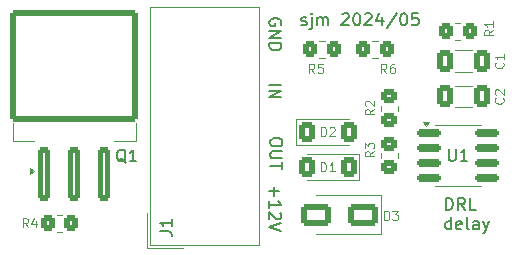
<source format=gto>
G04 #@! TF.GenerationSoftware,KiCad,Pcbnew,8.0.2-8.0.2-0~ubuntu22.04.1*
G04 #@! TF.CreationDate,2024-05-02T22:53:01+03:00*
G04 #@! TF.ProjectId,blink-timer,626c696e-6b2d-4746-996d-65722e6b6963,rev?*
G04 #@! TF.SameCoordinates,Original*
G04 #@! TF.FileFunction,Legend,Top*
G04 #@! TF.FilePolarity,Positive*
%FSLAX46Y46*%
G04 Gerber Fmt 4.6, Leading zero omitted, Abs format (unit mm)*
G04 Created by KiCad (PCBNEW 8.0.2-8.0.2-0~ubuntu22.04.1) date 2024-05-02 22:53:01*
%MOMM*%
%LPD*%
G01*
G04 APERTURE LIST*
G04 Aperture macros list*
%AMRoundRect*
0 Rectangle with rounded corners*
0 $1 Rounding radius*
0 $2 $3 $4 $5 $6 $7 $8 $9 X,Y pos of 4 corners*
0 Add a 4 corners polygon primitive as box body*
4,1,4,$2,$3,$4,$5,$6,$7,$8,$9,$2,$3,0*
0 Add four circle primitives for the rounded corners*
1,1,$1+$1,$2,$3*
1,1,$1+$1,$4,$5*
1,1,$1+$1,$6,$7*
1,1,$1+$1,$8,$9*
0 Add four rect primitives between the rounded corners*
20,1,$1+$1,$2,$3,$4,$5,0*
20,1,$1+$1,$4,$5,$6,$7,0*
20,1,$1+$1,$6,$7,$8,$9,0*
20,1,$1+$1,$8,$9,$2,$3,0*%
G04 Aperture macros list end*
%ADD10C,0.152400*%
%ADD11C,0.101600*%
%ADD12C,0.150000*%
%ADD13C,0.120000*%
%ADD14RoundRect,0.250000X-0.450000X0.350000X-0.450000X-0.350000X0.450000X-0.350000X0.450000X0.350000X0*%
%ADD15RoundRect,0.250000X-0.412500X-0.650000X0.412500X-0.650000X0.412500X0.650000X-0.412500X0.650000X0*%
%ADD16RoundRect,0.250000X0.350000X0.450000X-0.350000X0.450000X-0.350000X-0.450000X0.350000X-0.450000X0*%
%ADD17RoundRect,0.250000X0.400000X0.600000X-0.400000X0.600000X-0.400000X-0.600000X0.400000X-0.600000X0*%
%ADD18RoundRect,0.250000X0.412500X0.650000X-0.412500X0.650000X-0.412500X-0.650000X0.412500X-0.650000X0*%
%ADD19RoundRect,0.250000X0.300000X-2.050000X0.300000X2.050000X-0.300000X2.050000X-0.300000X-2.050000X0*%
%ADD20RoundRect,0.250002X5.149998X-4.449998X5.149998X4.449998X-5.149998X4.449998X-5.149998X-4.449998X0*%
%ADD21RoundRect,0.250000X-0.350000X-0.450000X0.350000X-0.450000X0.350000X0.450000X-0.350000X0.450000X0*%
%ADD22RoundRect,0.150000X-0.825000X-0.150000X0.825000X-0.150000X0.825000X0.150000X-0.825000X0.150000X0*%
%ADD23RoundRect,0.250000X-0.400000X-0.600000X0.400000X-0.600000X0.400000X0.600000X-0.400000X0.600000X0*%
%ADD24RoundRect,0.250000X1.000000X0.650000X-1.000000X0.650000X-1.000000X-0.650000X1.000000X-0.650000X0*%
%ADD25R,3.000000X3.000000*%
%ADD26C,3.000000*%
G04 APERTURE END LIST*
D10*
X123648264Y-111787691D02*
X123648264Y-111981215D01*
X123648264Y-111981215D02*
X123599883Y-112077977D01*
X123599883Y-112077977D02*
X123503121Y-112174739D01*
X123503121Y-112174739D02*
X123309597Y-112223120D01*
X123309597Y-112223120D02*
X122970930Y-112223120D01*
X122970930Y-112223120D02*
X122777406Y-112174739D01*
X122777406Y-112174739D02*
X122680645Y-112077977D01*
X122680645Y-112077977D02*
X122632264Y-111981215D01*
X122632264Y-111981215D02*
X122632264Y-111787691D01*
X122632264Y-111787691D02*
X122680645Y-111690929D01*
X122680645Y-111690929D02*
X122777406Y-111594167D01*
X122777406Y-111594167D02*
X122970930Y-111545786D01*
X122970930Y-111545786D02*
X123309597Y-111545786D01*
X123309597Y-111545786D02*
X123503121Y-111594167D01*
X123503121Y-111594167D02*
X123599883Y-111690929D01*
X123599883Y-111690929D02*
X123648264Y-111787691D01*
X123648264Y-112658548D02*
X122825787Y-112658548D01*
X122825787Y-112658548D02*
X122729025Y-112706929D01*
X122729025Y-112706929D02*
X122680645Y-112755310D01*
X122680645Y-112755310D02*
X122632264Y-112852072D01*
X122632264Y-112852072D02*
X122632264Y-113045596D01*
X122632264Y-113045596D02*
X122680645Y-113142358D01*
X122680645Y-113142358D02*
X122729025Y-113190739D01*
X122729025Y-113190739D02*
X122825787Y-113239120D01*
X122825787Y-113239120D02*
X123648264Y-113239120D01*
X123648264Y-113577786D02*
X123648264Y-114158358D01*
X122632264Y-113868072D02*
X123648264Y-113868072D01*
X122560264Y-107022167D02*
X123576264Y-107022167D01*
X122560264Y-107505977D02*
X123576264Y-107505977D01*
X123576264Y-107505977D02*
X122560264Y-108086549D01*
X122560264Y-108086549D02*
X123576264Y-108086549D01*
X125261786Y-101927355D02*
X125358548Y-101975735D01*
X125358548Y-101975735D02*
X125552072Y-101975735D01*
X125552072Y-101975735D02*
X125648834Y-101927355D01*
X125648834Y-101927355D02*
X125697215Y-101830593D01*
X125697215Y-101830593D02*
X125697215Y-101782212D01*
X125697215Y-101782212D02*
X125648834Y-101685450D01*
X125648834Y-101685450D02*
X125552072Y-101637069D01*
X125552072Y-101637069D02*
X125406929Y-101637069D01*
X125406929Y-101637069D02*
X125310167Y-101588688D01*
X125310167Y-101588688D02*
X125261786Y-101491926D01*
X125261786Y-101491926D02*
X125261786Y-101443545D01*
X125261786Y-101443545D02*
X125310167Y-101346783D01*
X125310167Y-101346783D02*
X125406929Y-101298402D01*
X125406929Y-101298402D02*
X125552072Y-101298402D01*
X125552072Y-101298402D02*
X125648834Y-101346783D01*
X126132643Y-101298402D02*
X126132643Y-102169259D01*
X126132643Y-102169259D02*
X126084262Y-102266021D01*
X126084262Y-102266021D02*
X125987500Y-102314402D01*
X125987500Y-102314402D02*
X125939119Y-102314402D01*
X126132643Y-100959735D02*
X126084262Y-101008116D01*
X126084262Y-101008116D02*
X126132643Y-101056497D01*
X126132643Y-101056497D02*
X126181024Y-101008116D01*
X126181024Y-101008116D02*
X126132643Y-100959735D01*
X126132643Y-100959735D02*
X126132643Y-101056497D01*
X126616453Y-101975735D02*
X126616453Y-101298402D01*
X126616453Y-101395164D02*
X126664834Y-101346783D01*
X126664834Y-101346783D02*
X126761596Y-101298402D01*
X126761596Y-101298402D02*
X126906739Y-101298402D01*
X126906739Y-101298402D02*
X127003501Y-101346783D01*
X127003501Y-101346783D02*
X127051882Y-101443545D01*
X127051882Y-101443545D02*
X127051882Y-101975735D01*
X127051882Y-101443545D02*
X127100263Y-101346783D01*
X127100263Y-101346783D02*
X127197025Y-101298402D01*
X127197025Y-101298402D02*
X127342168Y-101298402D01*
X127342168Y-101298402D02*
X127438929Y-101346783D01*
X127438929Y-101346783D02*
X127487310Y-101443545D01*
X127487310Y-101443545D02*
X127487310Y-101975735D01*
X128696834Y-101056497D02*
X128745215Y-101008116D01*
X128745215Y-101008116D02*
X128841977Y-100959735D01*
X128841977Y-100959735D02*
X129083882Y-100959735D01*
X129083882Y-100959735D02*
X129180644Y-101008116D01*
X129180644Y-101008116D02*
X129229025Y-101056497D01*
X129229025Y-101056497D02*
X129277406Y-101153259D01*
X129277406Y-101153259D02*
X129277406Y-101250021D01*
X129277406Y-101250021D02*
X129229025Y-101395164D01*
X129229025Y-101395164D02*
X128648453Y-101975735D01*
X128648453Y-101975735D02*
X129277406Y-101975735D01*
X129906358Y-100959735D02*
X130003120Y-100959735D01*
X130003120Y-100959735D02*
X130099882Y-101008116D01*
X130099882Y-101008116D02*
X130148263Y-101056497D01*
X130148263Y-101056497D02*
X130196644Y-101153259D01*
X130196644Y-101153259D02*
X130245025Y-101346783D01*
X130245025Y-101346783D02*
X130245025Y-101588688D01*
X130245025Y-101588688D02*
X130196644Y-101782212D01*
X130196644Y-101782212D02*
X130148263Y-101878974D01*
X130148263Y-101878974D02*
X130099882Y-101927355D01*
X130099882Y-101927355D02*
X130003120Y-101975735D01*
X130003120Y-101975735D02*
X129906358Y-101975735D01*
X129906358Y-101975735D02*
X129809596Y-101927355D01*
X129809596Y-101927355D02*
X129761215Y-101878974D01*
X129761215Y-101878974D02*
X129712834Y-101782212D01*
X129712834Y-101782212D02*
X129664453Y-101588688D01*
X129664453Y-101588688D02*
X129664453Y-101346783D01*
X129664453Y-101346783D02*
X129712834Y-101153259D01*
X129712834Y-101153259D02*
X129761215Y-101056497D01*
X129761215Y-101056497D02*
X129809596Y-101008116D01*
X129809596Y-101008116D02*
X129906358Y-100959735D01*
X130632072Y-101056497D02*
X130680453Y-101008116D01*
X130680453Y-101008116D02*
X130777215Y-100959735D01*
X130777215Y-100959735D02*
X131019120Y-100959735D01*
X131019120Y-100959735D02*
X131115882Y-101008116D01*
X131115882Y-101008116D02*
X131164263Y-101056497D01*
X131164263Y-101056497D02*
X131212644Y-101153259D01*
X131212644Y-101153259D02*
X131212644Y-101250021D01*
X131212644Y-101250021D02*
X131164263Y-101395164D01*
X131164263Y-101395164D02*
X130583691Y-101975735D01*
X130583691Y-101975735D02*
X131212644Y-101975735D01*
X132083501Y-101298402D02*
X132083501Y-101975735D01*
X131841596Y-100911355D02*
X131599691Y-101637069D01*
X131599691Y-101637069D02*
X132228644Y-101637069D01*
X133341406Y-100911355D02*
X132470548Y-102217640D01*
X133873596Y-100959735D02*
X133970358Y-100959735D01*
X133970358Y-100959735D02*
X134067120Y-101008116D01*
X134067120Y-101008116D02*
X134115501Y-101056497D01*
X134115501Y-101056497D02*
X134163882Y-101153259D01*
X134163882Y-101153259D02*
X134212263Y-101346783D01*
X134212263Y-101346783D02*
X134212263Y-101588688D01*
X134212263Y-101588688D02*
X134163882Y-101782212D01*
X134163882Y-101782212D02*
X134115501Y-101878974D01*
X134115501Y-101878974D02*
X134067120Y-101927355D01*
X134067120Y-101927355D02*
X133970358Y-101975735D01*
X133970358Y-101975735D02*
X133873596Y-101975735D01*
X133873596Y-101975735D02*
X133776834Y-101927355D01*
X133776834Y-101927355D02*
X133728453Y-101878974D01*
X133728453Y-101878974D02*
X133680072Y-101782212D01*
X133680072Y-101782212D02*
X133631691Y-101588688D01*
X133631691Y-101588688D02*
X133631691Y-101346783D01*
X133631691Y-101346783D02*
X133680072Y-101153259D01*
X133680072Y-101153259D02*
X133728453Y-101056497D01*
X133728453Y-101056497D02*
X133776834Y-101008116D01*
X133776834Y-101008116D02*
X133873596Y-100959735D01*
X135131501Y-100959735D02*
X134647691Y-100959735D01*
X134647691Y-100959735D02*
X134599310Y-101443545D01*
X134599310Y-101443545D02*
X134647691Y-101395164D01*
X134647691Y-101395164D02*
X134744453Y-101346783D01*
X134744453Y-101346783D02*
X134986358Y-101346783D01*
X134986358Y-101346783D02*
X135083120Y-101395164D01*
X135083120Y-101395164D02*
X135131501Y-101443545D01*
X135131501Y-101443545D02*
X135179882Y-101540307D01*
X135179882Y-101540307D02*
X135179882Y-101782212D01*
X135179882Y-101782212D02*
X135131501Y-101878974D01*
X135131501Y-101878974D02*
X135083120Y-101927355D01*
X135083120Y-101927355D02*
X134986358Y-101975735D01*
X134986358Y-101975735D02*
X134744453Y-101975735D01*
X134744453Y-101975735D02*
X134647691Y-101927355D01*
X134647691Y-101927355D02*
X134599310Y-101878974D01*
X137502167Y-117612032D02*
X137502167Y-116596032D01*
X137502167Y-116596032D02*
X137744072Y-116596032D01*
X137744072Y-116596032D02*
X137889215Y-116644413D01*
X137889215Y-116644413D02*
X137985977Y-116741175D01*
X137985977Y-116741175D02*
X138034358Y-116837937D01*
X138034358Y-116837937D02*
X138082739Y-117031461D01*
X138082739Y-117031461D02*
X138082739Y-117176604D01*
X138082739Y-117176604D02*
X138034358Y-117370128D01*
X138034358Y-117370128D02*
X137985977Y-117466890D01*
X137985977Y-117466890D02*
X137889215Y-117563652D01*
X137889215Y-117563652D02*
X137744072Y-117612032D01*
X137744072Y-117612032D02*
X137502167Y-117612032D01*
X139098739Y-117612032D02*
X138760072Y-117128223D01*
X138518167Y-117612032D02*
X138518167Y-116596032D01*
X138518167Y-116596032D02*
X138905215Y-116596032D01*
X138905215Y-116596032D02*
X139001977Y-116644413D01*
X139001977Y-116644413D02*
X139050358Y-116692794D01*
X139050358Y-116692794D02*
X139098739Y-116789556D01*
X139098739Y-116789556D02*
X139098739Y-116934699D01*
X139098739Y-116934699D02*
X139050358Y-117031461D01*
X139050358Y-117031461D02*
X139001977Y-117079842D01*
X139001977Y-117079842D02*
X138905215Y-117128223D01*
X138905215Y-117128223D02*
X138518167Y-117128223D01*
X140017977Y-117612032D02*
X139534167Y-117612032D01*
X139534167Y-117612032D02*
X139534167Y-116596032D01*
X137937596Y-119247735D02*
X137937596Y-118231735D01*
X137937596Y-119199355D02*
X137840834Y-119247735D01*
X137840834Y-119247735D02*
X137647310Y-119247735D01*
X137647310Y-119247735D02*
X137550548Y-119199355D01*
X137550548Y-119199355D02*
X137502167Y-119150974D01*
X137502167Y-119150974D02*
X137453786Y-119054212D01*
X137453786Y-119054212D02*
X137453786Y-118763926D01*
X137453786Y-118763926D02*
X137502167Y-118667164D01*
X137502167Y-118667164D02*
X137550548Y-118618783D01*
X137550548Y-118618783D02*
X137647310Y-118570402D01*
X137647310Y-118570402D02*
X137840834Y-118570402D01*
X137840834Y-118570402D02*
X137937596Y-118618783D01*
X138808453Y-119199355D02*
X138711691Y-119247735D01*
X138711691Y-119247735D02*
X138518167Y-119247735D01*
X138518167Y-119247735D02*
X138421405Y-119199355D01*
X138421405Y-119199355D02*
X138373024Y-119102593D01*
X138373024Y-119102593D02*
X138373024Y-118715545D01*
X138373024Y-118715545D02*
X138421405Y-118618783D01*
X138421405Y-118618783D02*
X138518167Y-118570402D01*
X138518167Y-118570402D02*
X138711691Y-118570402D01*
X138711691Y-118570402D02*
X138808453Y-118618783D01*
X138808453Y-118618783D02*
X138856834Y-118715545D01*
X138856834Y-118715545D02*
X138856834Y-118812307D01*
X138856834Y-118812307D02*
X138373024Y-118909069D01*
X139437405Y-119247735D02*
X139340643Y-119199355D01*
X139340643Y-119199355D02*
X139292262Y-119102593D01*
X139292262Y-119102593D02*
X139292262Y-118231735D01*
X140259881Y-119247735D02*
X140259881Y-118715545D01*
X140259881Y-118715545D02*
X140211500Y-118618783D01*
X140211500Y-118618783D02*
X140114738Y-118570402D01*
X140114738Y-118570402D02*
X139921214Y-118570402D01*
X139921214Y-118570402D02*
X139824452Y-118618783D01*
X140259881Y-119199355D02*
X140163119Y-119247735D01*
X140163119Y-119247735D02*
X139921214Y-119247735D01*
X139921214Y-119247735D02*
X139824452Y-119199355D01*
X139824452Y-119199355D02*
X139776071Y-119102593D01*
X139776071Y-119102593D02*
X139776071Y-119005831D01*
X139776071Y-119005831D02*
X139824452Y-118909069D01*
X139824452Y-118909069D02*
X139921214Y-118860688D01*
X139921214Y-118860688D02*
X140163119Y-118860688D01*
X140163119Y-118860688D02*
X140259881Y-118812307D01*
X140646928Y-118570402D02*
X140888833Y-119247735D01*
X141130738Y-118570402D02*
X140888833Y-119247735D01*
X140888833Y-119247735D02*
X140792071Y-119489640D01*
X140792071Y-119489640D02*
X140743690Y-119538021D01*
X140743690Y-119538021D02*
X140646928Y-119586402D01*
X123527883Y-101966358D02*
X123576264Y-101869596D01*
X123576264Y-101869596D02*
X123576264Y-101724453D01*
X123576264Y-101724453D02*
X123527883Y-101579310D01*
X123527883Y-101579310D02*
X123431121Y-101482548D01*
X123431121Y-101482548D02*
X123334359Y-101434167D01*
X123334359Y-101434167D02*
X123140835Y-101385786D01*
X123140835Y-101385786D02*
X122995692Y-101385786D01*
X122995692Y-101385786D02*
X122802168Y-101434167D01*
X122802168Y-101434167D02*
X122705406Y-101482548D01*
X122705406Y-101482548D02*
X122608645Y-101579310D01*
X122608645Y-101579310D02*
X122560264Y-101724453D01*
X122560264Y-101724453D02*
X122560264Y-101821215D01*
X122560264Y-101821215D02*
X122608645Y-101966358D01*
X122608645Y-101966358D02*
X122657025Y-102014739D01*
X122657025Y-102014739D02*
X122995692Y-102014739D01*
X122995692Y-102014739D02*
X122995692Y-101821215D01*
X122560264Y-102450167D02*
X123576264Y-102450167D01*
X123576264Y-102450167D02*
X122560264Y-103030739D01*
X122560264Y-103030739D02*
X123576264Y-103030739D01*
X122560264Y-103514548D02*
X123576264Y-103514548D01*
X123576264Y-103514548D02*
X123576264Y-103756453D01*
X123576264Y-103756453D02*
X123527883Y-103901596D01*
X123527883Y-103901596D02*
X123431121Y-103998358D01*
X123431121Y-103998358D02*
X123334359Y-104046739D01*
X123334359Y-104046739D02*
X123140835Y-104095120D01*
X123140835Y-104095120D02*
X122995692Y-104095120D01*
X122995692Y-104095120D02*
X122802168Y-104046739D01*
X122802168Y-104046739D02*
X122705406Y-103998358D01*
X122705406Y-103998358D02*
X122608645Y-103901596D01*
X122608645Y-103901596D02*
X122560264Y-103756453D01*
X122560264Y-103756453D02*
X122560264Y-103514548D01*
X122947311Y-115658167D02*
X122947311Y-116432263D01*
X122560264Y-116045215D02*
X123334359Y-116045215D01*
X122560264Y-117448263D02*
X122560264Y-116867691D01*
X122560264Y-117157977D02*
X123576264Y-117157977D01*
X123576264Y-117157977D02*
X123431121Y-117061215D01*
X123431121Y-117061215D02*
X123334359Y-116964453D01*
X123334359Y-116964453D02*
X123285978Y-116867691D01*
X123479502Y-117835310D02*
X123527883Y-117883691D01*
X123527883Y-117883691D02*
X123576264Y-117980453D01*
X123576264Y-117980453D02*
X123576264Y-118222358D01*
X123576264Y-118222358D02*
X123527883Y-118319120D01*
X123527883Y-118319120D02*
X123479502Y-118367501D01*
X123479502Y-118367501D02*
X123382740Y-118415882D01*
X123382740Y-118415882D02*
X123285978Y-118415882D01*
X123285978Y-118415882D02*
X123140835Y-118367501D01*
X123140835Y-118367501D02*
X122560264Y-117786929D01*
X122560264Y-117786929D02*
X122560264Y-118415882D01*
X123576264Y-118706167D02*
X122560264Y-119044834D01*
X122560264Y-119044834D02*
X123576264Y-119383501D01*
D11*
X131411231Y-109092999D02*
X131048374Y-109346999D01*
X131411231Y-109528428D02*
X130649231Y-109528428D01*
X130649231Y-109528428D02*
X130649231Y-109238142D01*
X130649231Y-109238142D02*
X130685517Y-109165571D01*
X130685517Y-109165571D02*
X130721803Y-109129285D01*
X130721803Y-109129285D02*
X130794374Y-109092999D01*
X130794374Y-109092999D02*
X130903231Y-109092999D01*
X130903231Y-109092999D02*
X130975803Y-109129285D01*
X130975803Y-109129285D02*
X131012088Y-109165571D01*
X131012088Y-109165571D02*
X131048374Y-109238142D01*
X131048374Y-109238142D02*
X131048374Y-109528428D01*
X130721803Y-108802714D02*
X130685517Y-108766428D01*
X130685517Y-108766428D02*
X130649231Y-108693857D01*
X130649231Y-108693857D02*
X130649231Y-108512428D01*
X130649231Y-108512428D02*
X130685517Y-108439857D01*
X130685517Y-108439857D02*
X130721803Y-108403571D01*
X130721803Y-108403571D02*
X130794374Y-108367285D01*
X130794374Y-108367285D02*
X130866946Y-108367285D01*
X130866946Y-108367285D02*
X130975803Y-108403571D01*
X130975803Y-108403571D02*
X131411231Y-108838999D01*
X131411231Y-108838999D02*
X131411231Y-108367285D01*
X142322660Y-105126999D02*
X142358946Y-105163285D01*
X142358946Y-105163285D02*
X142395231Y-105272142D01*
X142395231Y-105272142D02*
X142395231Y-105344714D01*
X142395231Y-105344714D02*
X142358946Y-105453571D01*
X142358946Y-105453571D02*
X142286374Y-105526142D01*
X142286374Y-105526142D02*
X142213803Y-105562428D01*
X142213803Y-105562428D02*
X142068660Y-105598714D01*
X142068660Y-105598714D02*
X141959803Y-105598714D01*
X141959803Y-105598714D02*
X141814660Y-105562428D01*
X141814660Y-105562428D02*
X141742088Y-105526142D01*
X141742088Y-105526142D02*
X141669517Y-105453571D01*
X141669517Y-105453571D02*
X141633231Y-105344714D01*
X141633231Y-105344714D02*
X141633231Y-105272142D01*
X141633231Y-105272142D02*
X141669517Y-105163285D01*
X141669517Y-105163285D02*
X141705803Y-105126999D01*
X142395231Y-104401285D02*
X142395231Y-104836714D01*
X142395231Y-104618999D02*
X141633231Y-104618999D01*
X141633231Y-104618999D02*
X141742088Y-104691571D01*
X141742088Y-104691571D02*
X141814660Y-104764142D01*
X141814660Y-104764142D02*
X141850946Y-104836714D01*
X141514231Y-102372999D02*
X141151374Y-102626999D01*
X141514231Y-102808428D02*
X140752231Y-102808428D01*
X140752231Y-102808428D02*
X140752231Y-102518142D01*
X140752231Y-102518142D02*
X140788517Y-102445571D01*
X140788517Y-102445571D02*
X140824803Y-102409285D01*
X140824803Y-102409285D02*
X140897374Y-102372999D01*
X140897374Y-102372999D02*
X141006231Y-102372999D01*
X141006231Y-102372999D02*
X141078803Y-102409285D01*
X141078803Y-102409285D02*
X141115088Y-102445571D01*
X141115088Y-102445571D02*
X141151374Y-102518142D01*
X141151374Y-102518142D02*
X141151374Y-102808428D01*
X141514231Y-101647285D02*
X141514231Y-102082714D01*
X141514231Y-101864999D02*
X140752231Y-101864999D01*
X140752231Y-101864999D02*
X140861088Y-101937571D01*
X140861088Y-101937571D02*
X140933660Y-102010142D01*
X140933660Y-102010142D02*
X140969946Y-102082714D01*
X126937571Y-114347231D02*
X126937571Y-113585231D01*
X126937571Y-113585231D02*
X127119000Y-113585231D01*
X127119000Y-113585231D02*
X127227857Y-113621517D01*
X127227857Y-113621517D02*
X127300428Y-113694088D01*
X127300428Y-113694088D02*
X127336714Y-113766660D01*
X127336714Y-113766660D02*
X127373000Y-113911803D01*
X127373000Y-113911803D02*
X127373000Y-114020660D01*
X127373000Y-114020660D02*
X127336714Y-114165803D01*
X127336714Y-114165803D02*
X127300428Y-114238374D01*
X127300428Y-114238374D02*
X127227857Y-114310946D01*
X127227857Y-114310946D02*
X127119000Y-114347231D01*
X127119000Y-114347231D02*
X126937571Y-114347231D01*
X128098714Y-114347231D02*
X127663285Y-114347231D01*
X127881000Y-114347231D02*
X127881000Y-113585231D01*
X127881000Y-113585231D02*
X127808428Y-113694088D01*
X127808428Y-113694088D02*
X127735857Y-113766660D01*
X127735857Y-113766660D02*
X127663285Y-113802946D01*
X102108000Y-119092231D02*
X101854000Y-118729374D01*
X101672571Y-119092231D02*
X101672571Y-118330231D01*
X101672571Y-118330231D02*
X101962857Y-118330231D01*
X101962857Y-118330231D02*
X102035428Y-118366517D01*
X102035428Y-118366517D02*
X102071714Y-118402803D01*
X102071714Y-118402803D02*
X102108000Y-118475374D01*
X102108000Y-118475374D02*
X102108000Y-118584231D01*
X102108000Y-118584231D02*
X102071714Y-118656803D01*
X102071714Y-118656803D02*
X102035428Y-118693088D01*
X102035428Y-118693088D02*
X101962857Y-118729374D01*
X101962857Y-118729374D02*
X101672571Y-118729374D01*
X102761143Y-118584231D02*
X102761143Y-119092231D01*
X102579714Y-118293946D02*
X102398285Y-118838231D01*
X102398285Y-118838231D02*
X102870000Y-118838231D01*
X142322660Y-108126999D02*
X142358946Y-108163285D01*
X142358946Y-108163285D02*
X142395231Y-108272142D01*
X142395231Y-108272142D02*
X142395231Y-108344714D01*
X142395231Y-108344714D02*
X142358946Y-108453571D01*
X142358946Y-108453571D02*
X142286374Y-108526142D01*
X142286374Y-108526142D02*
X142213803Y-108562428D01*
X142213803Y-108562428D02*
X142068660Y-108598714D01*
X142068660Y-108598714D02*
X141959803Y-108598714D01*
X141959803Y-108598714D02*
X141814660Y-108562428D01*
X141814660Y-108562428D02*
X141742088Y-108526142D01*
X141742088Y-108526142D02*
X141669517Y-108453571D01*
X141669517Y-108453571D02*
X141633231Y-108344714D01*
X141633231Y-108344714D02*
X141633231Y-108272142D01*
X141633231Y-108272142D02*
X141669517Y-108163285D01*
X141669517Y-108163285D02*
X141705803Y-108126999D01*
X141705803Y-107836714D02*
X141669517Y-107800428D01*
X141669517Y-107800428D02*
X141633231Y-107727857D01*
X141633231Y-107727857D02*
X141633231Y-107546428D01*
X141633231Y-107546428D02*
X141669517Y-107473857D01*
X141669517Y-107473857D02*
X141705803Y-107437571D01*
X141705803Y-107437571D02*
X141778374Y-107401285D01*
X141778374Y-107401285D02*
X141850946Y-107401285D01*
X141850946Y-107401285D02*
X141959803Y-107437571D01*
X141959803Y-107437571D02*
X142395231Y-107872999D01*
X142395231Y-107872999D02*
X142395231Y-107401285D01*
D12*
X110394761Y-113595057D02*
X110299523Y-113547438D01*
X110299523Y-113547438D02*
X110204285Y-113452200D01*
X110204285Y-113452200D02*
X110061428Y-113309342D01*
X110061428Y-113309342D02*
X109966190Y-113261723D01*
X109966190Y-113261723D02*
X109870952Y-113261723D01*
X109918571Y-113499819D02*
X109823333Y-113452200D01*
X109823333Y-113452200D02*
X109728095Y-113356961D01*
X109728095Y-113356961D02*
X109680476Y-113166485D01*
X109680476Y-113166485D02*
X109680476Y-112833152D01*
X109680476Y-112833152D02*
X109728095Y-112642676D01*
X109728095Y-112642676D02*
X109823333Y-112547438D01*
X109823333Y-112547438D02*
X109918571Y-112499819D01*
X109918571Y-112499819D02*
X110109047Y-112499819D01*
X110109047Y-112499819D02*
X110204285Y-112547438D01*
X110204285Y-112547438D02*
X110299523Y-112642676D01*
X110299523Y-112642676D02*
X110347142Y-112833152D01*
X110347142Y-112833152D02*
X110347142Y-113166485D01*
X110347142Y-113166485D02*
X110299523Y-113356961D01*
X110299523Y-113356961D02*
X110204285Y-113452200D01*
X110204285Y-113452200D02*
X110109047Y-113499819D01*
X110109047Y-113499819D02*
X109918571Y-113499819D01*
X111299523Y-113499819D02*
X110728095Y-113499819D01*
X111013809Y-113499819D02*
X111013809Y-112499819D01*
X111013809Y-112499819D02*
X110918571Y-112642676D01*
X110918571Y-112642676D02*
X110823333Y-112737914D01*
X110823333Y-112737914D02*
X110728095Y-112785533D01*
D11*
X126365000Y-106011231D02*
X126111000Y-105648374D01*
X125929571Y-106011231D02*
X125929571Y-105249231D01*
X125929571Y-105249231D02*
X126219857Y-105249231D01*
X126219857Y-105249231D02*
X126292428Y-105285517D01*
X126292428Y-105285517D02*
X126328714Y-105321803D01*
X126328714Y-105321803D02*
X126365000Y-105394374D01*
X126365000Y-105394374D02*
X126365000Y-105503231D01*
X126365000Y-105503231D02*
X126328714Y-105575803D01*
X126328714Y-105575803D02*
X126292428Y-105612088D01*
X126292428Y-105612088D02*
X126219857Y-105648374D01*
X126219857Y-105648374D02*
X125929571Y-105648374D01*
X127054428Y-105249231D02*
X126691571Y-105249231D01*
X126691571Y-105249231D02*
X126655285Y-105612088D01*
X126655285Y-105612088D02*
X126691571Y-105575803D01*
X126691571Y-105575803D02*
X126764143Y-105539517D01*
X126764143Y-105539517D02*
X126945571Y-105539517D01*
X126945571Y-105539517D02*
X127018143Y-105575803D01*
X127018143Y-105575803D02*
X127054428Y-105612088D01*
X127054428Y-105612088D02*
X127090714Y-105684660D01*
X127090714Y-105684660D02*
X127090714Y-105866088D01*
X127090714Y-105866088D02*
X127054428Y-105938660D01*
X127054428Y-105938660D02*
X127018143Y-105974946D01*
X127018143Y-105974946D02*
X126945571Y-106011231D01*
X126945571Y-106011231D02*
X126764143Y-106011231D01*
X126764143Y-106011231D02*
X126691571Y-105974946D01*
X126691571Y-105974946D02*
X126655285Y-105938660D01*
X132461000Y-106011231D02*
X132207000Y-105648374D01*
X132025571Y-106011231D02*
X132025571Y-105249231D01*
X132025571Y-105249231D02*
X132315857Y-105249231D01*
X132315857Y-105249231D02*
X132388428Y-105285517D01*
X132388428Y-105285517D02*
X132424714Y-105321803D01*
X132424714Y-105321803D02*
X132461000Y-105394374D01*
X132461000Y-105394374D02*
X132461000Y-105503231D01*
X132461000Y-105503231D02*
X132424714Y-105575803D01*
X132424714Y-105575803D02*
X132388428Y-105612088D01*
X132388428Y-105612088D02*
X132315857Y-105648374D01*
X132315857Y-105648374D02*
X132025571Y-105648374D01*
X133114143Y-105249231D02*
X132969000Y-105249231D01*
X132969000Y-105249231D02*
X132896428Y-105285517D01*
X132896428Y-105285517D02*
X132860143Y-105321803D01*
X132860143Y-105321803D02*
X132787571Y-105430660D01*
X132787571Y-105430660D02*
X132751285Y-105575803D01*
X132751285Y-105575803D02*
X132751285Y-105866088D01*
X132751285Y-105866088D02*
X132787571Y-105938660D01*
X132787571Y-105938660D02*
X132823857Y-105974946D01*
X132823857Y-105974946D02*
X132896428Y-106011231D01*
X132896428Y-106011231D02*
X133041571Y-106011231D01*
X133041571Y-106011231D02*
X133114143Y-105974946D01*
X133114143Y-105974946D02*
X133150428Y-105938660D01*
X133150428Y-105938660D02*
X133186714Y-105866088D01*
X133186714Y-105866088D02*
X133186714Y-105684660D01*
X133186714Y-105684660D02*
X133150428Y-105612088D01*
X133150428Y-105612088D02*
X133114143Y-105575803D01*
X133114143Y-105575803D02*
X133041571Y-105539517D01*
X133041571Y-105539517D02*
X132896428Y-105539517D01*
X132896428Y-105539517D02*
X132823857Y-105575803D01*
X132823857Y-105575803D02*
X132787571Y-105612088D01*
X132787571Y-105612088D02*
X132751285Y-105684660D01*
D12*
X137738095Y-112454819D02*
X137738095Y-113264342D01*
X137738095Y-113264342D02*
X137785714Y-113359580D01*
X137785714Y-113359580D02*
X137833333Y-113407200D01*
X137833333Y-113407200D02*
X137928571Y-113454819D01*
X137928571Y-113454819D02*
X138119047Y-113454819D01*
X138119047Y-113454819D02*
X138214285Y-113407200D01*
X138214285Y-113407200D02*
X138261904Y-113359580D01*
X138261904Y-113359580D02*
X138309523Y-113264342D01*
X138309523Y-113264342D02*
X138309523Y-112454819D01*
X139309523Y-113454819D02*
X138738095Y-113454819D01*
X139023809Y-113454819D02*
X139023809Y-112454819D01*
X139023809Y-112454819D02*
X138928571Y-112597676D01*
X138928571Y-112597676D02*
X138833333Y-112692914D01*
X138833333Y-112692914D02*
X138738095Y-112740533D01*
D11*
X126937571Y-111347231D02*
X126937571Y-110585231D01*
X126937571Y-110585231D02*
X127119000Y-110585231D01*
X127119000Y-110585231D02*
X127227857Y-110621517D01*
X127227857Y-110621517D02*
X127300428Y-110694088D01*
X127300428Y-110694088D02*
X127336714Y-110766660D01*
X127336714Y-110766660D02*
X127373000Y-110911803D01*
X127373000Y-110911803D02*
X127373000Y-111020660D01*
X127373000Y-111020660D02*
X127336714Y-111165803D01*
X127336714Y-111165803D02*
X127300428Y-111238374D01*
X127300428Y-111238374D02*
X127227857Y-111310946D01*
X127227857Y-111310946D02*
X127119000Y-111347231D01*
X127119000Y-111347231D02*
X126937571Y-111347231D01*
X127663285Y-110657803D02*
X127699571Y-110621517D01*
X127699571Y-110621517D02*
X127772143Y-110585231D01*
X127772143Y-110585231D02*
X127953571Y-110585231D01*
X127953571Y-110585231D02*
X128026143Y-110621517D01*
X128026143Y-110621517D02*
X128062428Y-110657803D01*
X128062428Y-110657803D02*
X128098714Y-110730374D01*
X128098714Y-110730374D02*
X128098714Y-110802946D01*
X128098714Y-110802946D02*
X128062428Y-110911803D01*
X128062428Y-110911803D02*
X127627000Y-111347231D01*
X127627000Y-111347231D02*
X128098714Y-111347231D01*
X131411231Y-112648999D02*
X131048374Y-112902999D01*
X131411231Y-113084428D02*
X130649231Y-113084428D01*
X130649231Y-113084428D02*
X130649231Y-112794142D01*
X130649231Y-112794142D02*
X130685517Y-112721571D01*
X130685517Y-112721571D02*
X130721803Y-112685285D01*
X130721803Y-112685285D02*
X130794374Y-112648999D01*
X130794374Y-112648999D02*
X130903231Y-112648999D01*
X130903231Y-112648999D02*
X130975803Y-112685285D01*
X130975803Y-112685285D02*
X131012088Y-112721571D01*
X131012088Y-112721571D02*
X131048374Y-112794142D01*
X131048374Y-112794142D02*
X131048374Y-113084428D01*
X130649231Y-112394999D02*
X130649231Y-111923285D01*
X130649231Y-111923285D02*
X130939517Y-112177285D01*
X130939517Y-112177285D02*
X130939517Y-112068428D01*
X130939517Y-112068428D02*
X130975803Y-111995857D01*
X130975803Y-111995857D02*
X131012088Y-111959571D01*
X131012088Y-111959571D02*
X131084660Y-111923285D01*
X131084660Y-111923285D02*
X131266088Y-111923285D01*
X131266088Y-111923285D02*
X131338660Y-111959571D01*
X131338660Y-111959571D02*
X131374946Y-111995857D01*
X131374946Y-111995857D02*
X131411231Y-112068428D01*
X131411231Y-112068428D02*
X131411231Y-112286142D01*
X131411231Y-112286142D02*
X131374946Y-112358714D01*
X131374946Y-112358714D02*
X131338660Y-112394999D01*
X132279571Y-118457231D02*
X132279571Y-117695231D01*
X132279571Y-117695231D02*
X132461000Y-117695231D01*
X132461000Y-117695231D02*
X132569857Y-117731517D01*
X132569857Y-117731517D02*
X132642428Y-117804088D01*
X132642428Y-117804088D02*
X132678714Y-117876660D01*
X132678714Y-117876660D02*
X132715000Y-118021803D01*
X132715000Y-118021803D02*
X132715000Y-118130660D01*
X132715000Y-118130660D02*
X132678714Y-118275803D01*
X132678714Y-118275803D02*
X132642428Y-118348374D01*
X132642428Y-118348374D02*
X132569857Y-118420946D01*
X132569857Y-118420946D02*
X132461000Y-118457231D01*
X132461000Y-118457231D02*
X132279571Y-118457231D01*
X132969000Y-117695231D02*
X133440714Y-117695231D01*
X133440714Y-117695231D02*
X133186714Y-117985517D01*
X133186714Y-117985517D02*
X133295571Y-117985517D01*
X133295571Y-117985517D02*
X133368143Y-118021803D01*
X133368143Y-118021803D02*
X133404428Y-118058088D01*
X133404428Y-118058088D02*
X133440714Y-118130660D01*
X133440714Y-118130660D02*
X133440714Y-118312088D01*
X133440714Y-118312088D02*
X133404428Y-118384660D01*
X133404428Y-118384660D02*
X133368143Y-118420946D01*
X133368143Y-118420946D02*
X133295571Y-118457231D01*
X133295571Y-118457231D02*
X133077857Y-118457231D01*
X133077857Y-118457231D02*
X133005285Y-118420946D01*
X133005285Y-118420946D02*
X132969000Y-118384660D01*
D12*
X113279819Y-119409833D02*
X113994104Y-119409833D01*
X113994104Y-119409833D02*
X114136961Y-119457452D01*
X114136961Y-119457452D02*
X114232200Y-119552690D01*
X114232200Y-119552690D02*
X114279819Y-119695547D01*
X114279819Y-119695547D02*
X114279819Y-119790785D01*
X114279819Y-118409833D02*
X114279819Y-118981261D01*
X114279819Y-118695547D02*
X113279819Y-118695547D01*
X113279819Y-118695547D02*
X113422676Y-118790785D01*
X113422676Y-118790785D02*
X113517914Y-118886023D01*
X113517914Y-118886023D02*
X113565533Y-118981261D01*
D13*
X131980000Y-108772936D02*
X131980000Y-109227064D01*
X133450000Y-108772936D02*
X133450000Y-109227064D01*
X138288748Y-104090000D02*
X139711252Y-104090000D01*
X138288748Y-105910000D02*
X139711252Y-105910000D01*
X138727064Y-101765000D02*
X138272936Y-101765000D01*
X138727064Y-103235000D02*
X138272936Y-103235000D01*
X125750000Y-115110000D02*
X130160000Y-115110000D01*
X130160000Y-112890000D02*
X125750000Y-112890000D01*
X130160000Y-115110000D02*
X130160000Y-112890000D01*
X105002064Y-118010000D02*
X104547936Y-118010000D01*
X105002064Y-119480000D02*
X104547936Y-119480000D01*
X139711252Y-107090000D02*
X138288748Y-107090000D01*
X139711252Y-108910000D02*
X138288748Y-108910000D01*
X100845000Y-110250000D02*
X100845000Y-111750000D01*
X100845000Y-111750000D02*
X102655000Y-111750000D01*
X111245000Y-110250000D02*
X111245000Y-111750000D01*
X111245000Y-111750000D02*
X109435000Y-111750000D01*
X102655000Y-114312500D02*
X102325000Y-114552500D01*
X102325000Y-114072500D01*
X102655000Y-114312500D01*
G36*
X102655000Y-114312500D02*
G01*
X102325000Y-114552500D01*
X102325000Y-114072500D01*
X102655000Y-114312500D01*
G37*
X126772936Y-103265000D02*
X127227064Y-103265000D01*
X126772936Y-104735000D02*
X127227064Y-104735000D01*
X131272936Y-103265000D02*
X131727064Y-103265000D01*
X131272936Y-104735000D02*
X131727064Y-104735000D01*
X138500000Y-110440000D02*
X136550000Y-110440000D01*
X138500000Y-110440000D02*
X140450000Y-110440000D01*
X138500000Y-115560000D02*
X136550000Y-115560000D01*
X138500000Y-115560000D02*
X140450000Y-115560000D01*
X135800000Y-110535000D02*
X135560000Y-110205000D01*
X136040000Y-110205000D01*
X135800000Y-110535000D01*
G36*
X135800000Y-110535000D02*
G01*
X135560000Y-110205000D01*
X136040000Y-110205000D01*
X135800000Y-110535000D01*
G37*
X124840000Y-109890000D02*
X124840000Y-112110000D01*
X124840000Y-112110000D02*
X129250000Y-112110000D01*
X129250000Y-109890000D02*
X124840000Y-109890000D01*
X131980000Y-112772936D02*
X131980000Y-113227064D01*
X133450000Y-112772936D02*
X133450000Y-113227064D01*
X132010000Y-116350000D02*
X126500000Y-116350000D01*
X132010000Y-119650000D02*
X126500000Y-119650000D01*
X132010000Y-119650000D02*
X132010000Y-116350000D01*
X112217500Y-120850000D02*
X112217500Y-117850000D01*
X112457500Y-100390000D02*
X121677500Y-100390000D01*
X112457500Y-120610000D02*
X112457500Y-100390000D01*
X112457500Y-120610000D02*
X121677500Y-120610000D01*
X115217500Y-120850000D02*
X112217500Y-120850000D01*
X121677500Y-120610000D02*
X121677500Y-100390000D01*
%LPC*%
D14*
X132715000Y-108000000D03*
X132715000Y-110000000D03*
D15*
X137437500Y-105000000D03*
X140562500Y-105000000D03*
D16*
X139500000Y-102500000D03*
X137500000Y-102500000D03*
D17*
X129250000Y-114000000D03*
X125750000Y-114000000D03*
D16*
X105775000Y-118745000D03*
X103775000Y-118745000D03*
D18*
X140562500Y-108000000D03*
X137437500Y-108000000D03*
D19*
X103505000Y-114575000D03*
X106045000Y-114575000D03*
D20*
X106045000Y-105425000D03*
D19*
X108585000Y-114575000D03*
D21*
X126000000Y-104000000D03*
X128000000Y-104000000D03*
X130500000Y-104000000D03*
X132500000Y-104000000D03*
D22*
X136025000Y-111095000D03*
X136025000Y-112365000D03*
X136025000Y-113635000D03*
X136025000Y-114905000D03*
X140975000Y-114905000D03*
X140975000Y-113635000D03*
X140975000Y-112365000D03*
X140975000Y-111095000D03*
D23*
X125750000Y-111000000D03*
X129250000Y-111000000D03*
D14*
X132715000Y-112000000D03*
X132715000Y-114000000D03*
D24*
X130500000Y-118000000D03*
X126500000Y-118000000D03*
D25*
X117567500Y-118000000D03*
D26*
X117567500Y-113000000D03*
X117567500Y-108000000D03*
X117567500Y-103000000D03*
%LPD*%
M02*

</source>
